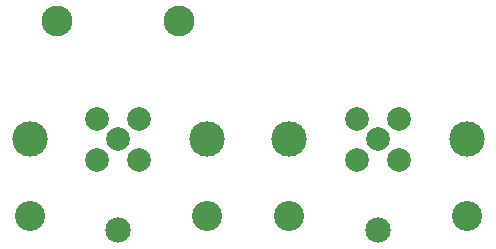
<source format=gts>
G75*
G70*
%OFA0B0*%
%FSLAX24Y24*%
%IPPOS*%
%LPD*%
%AMOC8*
5,1,8,0,0,1.08239X$1,22.5*
%
%ADD10C,0.0789*%
%ADD11C,0.1182*%
%ADD12C,0.1005*%
%ADD13C,0.0848*%
%ADD14C,0.1029*%
D10*
X009248Y002948D03*
X009944Y003644D03*
X010640Y004340D03*
X009248Y004340D03*
X010640Y002948D03*
X017909Y002948D03*
X018605Y003644D03*
X017909Y004340D03*
X019301Y004340D03*
X019301Y002948D03*
D11*
X021558Y003644D03*
X015653Y003644D03*
X012897Y003644D03*
X006991Y003644D03*
D12*
X006991Y001085D03*
X012897Y001085D03*
X015653Y001085D03*
X021558Y001085D03*
D13*
X018605Y000613D03*
X009944Y000613D03*
D14*
X011971Y007581D03*
X007916Y007581D03*
M02*

</source>
